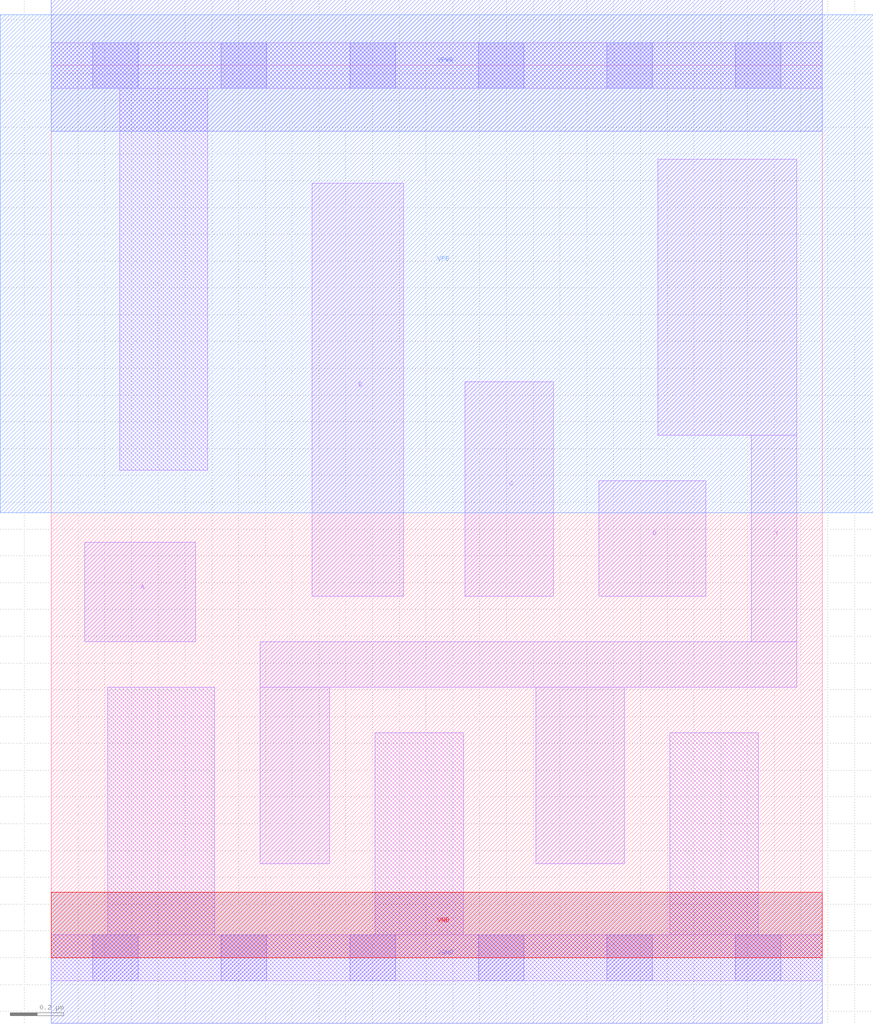
<source format=lef>
# Copyright 2020 The SkyWater PDK Authors
#
# Licensed under the Apache License, Version 2.0 (the "License");
# you may not use this file except in compliance with the License.
# You may obtain a copy of the License at
#
#     https://www.apache.org/licenses/LICENSE-2.0
#
# Unless required by applicable law or agreed to in writing, software
# distributed under the License is distributed on an "AS IS" BASIS,
# WITHOUT WARRANTIES OR CONDITIONS OF ANY KIND, either express or implied.
# See the License for the specific language governing permissions and
# limitations under the License.
#
# SPDX-License-Identifier: Apache-2.0

VERSION 5.7 ;
  NOWIREEXTENSIONATPIN ON ;
  DIVIDERCHAR "/" ;
  BUSBITCHARS "[]" ;
MACRO sky130_fd_sc_ls__nor4_1
  CLASS CORE ;
  FOREIGN sky130_fd_sc_ls__nor4_1 ;
  ORIGIN  0.000000  0.000000 ;
  SIZE  2.880000 BY  3.330000 ;
  SYMMETRY X Y ;
  SITE unit ;
  PIN A
    ANTENNAGATEAREA  0.279000 ;
    DIRECTION INPUT ;
    USE SIGNAL ;
    PORT
      LAYER li1 ;
        RECT 0.125000 1.180000 0.540000 1.550000 ;
    END
  END A
  PIN B
    ANTENNAGATEAREA  0.279000 ;
    DIRECTION INPUT ;
    USE SIGNAL ;
    PORT
      LAYER li1 ;
        RECT 0.975000 1.350000 1.315000 2.890000 ;
    END
  END B
  PIN C
    ANTENNAGATEAREA  0.279000 ;
    DIRECTION INPUT ;
    USE SIGNAL ;
    PORT
      LAYER li1 ;
        RECT 1.545000 1.350000 1.875000 2.150000 ;
    END
  END C
  PIN D
    ANTENNAGATEAREA  0.279000 ;
    DIRECTION INPUT ;
    USE SIGNAL ;
    PORT
      LAYER li1 ;
        RECT 2.045000 1.350000 2.445000 1.780000 ;
    END
  END D
  PIN VNB
    PORT
      LAYER pwell ;
        RECT 0.000000 0.000000 2.880000 0.245000 ;
    END
  END VNB
  PIN VPB
    PORT
      LAYER nwell ;
        RECT -0.190000 1.660000 3.070000 3.520000 ;
    END
  END VPB
  PIN Y
    ANTENNADIFFAREA  0.744800 ;
    DIRECTION OUTPUT ;
    USE SIGNAL ;
    PORT
      LAYER li1 ;
        RECT 0.780000 0.350000 1.040000 1.010000 ;
        RECT 0.780000 1.010000 2.785000 1.180000 ;
        RECT 1.810000 0.350000 2.140000 1.010000 ;
        RECT 2.265000 1.950000 2.785000 2.980000 ;
        RECT 2.615000 1.180000 2.785000 1.950000 ;
    END
  END Y
  PIN VGND
    DIRECTION INOUT ;
    SHAPE ABUTMENT ;
    USE GROUND ;
    PORT
      LAYER met1 ;
        RECT 0.000000 -0.245000 2.880000 0.245000 ;
    END
  END VGND
  PIN VPWR
    DIRECTION INOUT ;
    SHAPE ABUTMENT ;
    USE POWER ;
    PORT
      LAYER met1 ;
        RECT 0.000000 3.085000 2.880000 3.575000 ;
    END
  END VPWR
  OBS
    LAYER li1 ;
      RECT 0.000000 -0.085000 2.880000 0.085000 ;
      RECT 0.000000  3.245000 2.880000 3.415000 ;
      RECT 0.210000  0.085000 0.610000 1.010000 ;
      RECT 0.255000  1.820000 0.585000 3.245000 ;
      RECT 1.210000  0.085000 1.540000 0.840000 ;
      RECT 2.310000  0.085000 2.640000 0.840000 ;
    LAYER mcon ;
      RECT 0.155000 -0.085000 0.325000 0.085000 ;
      RECT 0.155000  3.245000 0.325000 3.415000 ;
      RECT 0.635000 -0.085000 0.805000 0.085000 ;
      RECT 0.635000  3.245000 0.805000 3.415000 ;
      RECT 1.115000 -0.085000 1.285000 0.085000 ;
      RECT 1.115000  3.245000 1.285000 3.415000 ;
      RECT 1.595000 -0.085000 1.765000 0.085000 ;
      RECT 1.595000  3.245000 1.765000 3.415000 ;
      RECT 2.075000 -0.085000 2.245000 0.085000 ;
      RECT 2.075000  3.245000 2.245000 3.415000 ;
      RECT 2.555000 -0.085000 2.725000 0.085000 ;
      RECT 2.555000  3.245000 2.725000 3.415000 ;
  END
END sky130_fd_sc_ls__nor4_1
END LIBRARY

</source>
